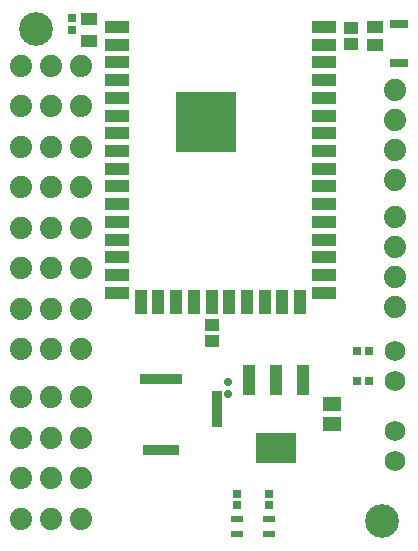
<source format=gts>
G04 Layer_Color=20142*
%FSAX24Y24*%
%MOIN*%
G70*
G01*
G75*
G04:AMPARAMS|DCode=51|XSize=23.7mil|YSize=23.7mil|CornerRadius=4mil|HoleSize=0mil|Usage=FLASHONLY|Rotation=90.000|XOffset=0mil|YOffset=0mil|HoleType=Round|Shape=RoundedRectangle|*
%AMROUNDEDRECTD51*
21,1,0.0237,0.0157,0,0,90.0*
21,1,0.0157,0.0237,0,0,90.0*
1,1,0.0079,0.0079,0.0079*
1,1,0.0079,0.0079,-0.0079*
1,1,0.0079,-0.0079,-0.0079*
1,1,0.0079,-0.0079,0.0079*
%
%ADD51ROUNDEDRECTD51*%
%ADD52R,0.0552X0.0434*%
%ADD53R,0.0827X0.0394*%
%ADD54R,0.0394X0.0827*%
%ADD55R,0.2009X0.2009*%
%ADD56R,0.0295X0.0315*%
%ADD57R,0.1339X0.0985*%
%ADD58R,0.0434X0.0985*%
%ADD59R,0.0257X0.0257*%
%ADD60R,0.0394X0.0237*%
%ADD61R,0.0260X0.0260*%
%ADD62R,0.0552X0.0394*%
%ADD63R,0.0631X0.0257*%
%ADD64R,0.0453X0.0394*%
%ADD65R,0.0591X0.0512*%
%ADD66C,0.0740*%
%ADD67C,0.0690*%
%ADD68R,0.1221X0.0355*%
%ADD69R,0.0355X0.1221*%
%ADD70R,0.1418X0.0355*%
%ADD71C,0.1123*%
D51*
X029550Y034517D02*
D03*
Y034123D02*
D03*
D52*
X034450Y045755D02*
D03*
Y046345D02*
D03*
D53*
X032740Y046350D02*
D03*
X025850Y038673D02*
D03*
Y046350D02*
D03*
Y045759D02*
D03*
Y045169D02*
D03*
Y044578D02*
D03*
Y043988D02*
D03*
Y043397D02*
D03*
Y042807D02*
D03*
Y042216D02*
D03*
Y041626D02*
D03*
Y041035D02*
D03*
Y040444D02*
D03*
Y039854D02*
D03*
Y039263D02*
D03*
X032740Y037492D02*
D03*
Y038082D02*
D03*
Y038673D02*
D03*
Y039263D02*
D03*
Y039854D02*
D03*
Y040444D02*
D03*
Y041035D02*
D03*
Y041626D02*
D03*
Y042216D02*
D03*
Y042807D02*
D03*
Y043397D02*
D03*
Y043988D02*
D03*
X025850Y037492D02*
D03*
Y038082D02*
D03*
X032740Y044578D02*
D03*
Y045169D02*
D03*
Y045759D02*
D03*
D54*
X031362Y037196D02*
D03*
X031952D02*
D03*
X030181D02*
D03*
X029590D02*
D03*
X029000D02*
D03*
X028409D02*
D03*
X027819D02*
D03*
X027228D02*
D03*
X026637D02*
D03*
X030771D02*
D03*
D55*
X028827Y043181D02*
D03*
D56*
X034237Y035550D02*
D03*
X033863D02*
D03*
X034237Y034550D02*
D03*
X033863D02*
D03*
D57*
X031150Y032308D02*
D03*
D58*
X030244Y034592D02*
D03*
X031150D02*
D03*
X032056D02*
D03*
D59*
X030900Y030777D02*
D03*
Y030423D02*
D03*
X029850D02*
D03*
Y030777D02*
D03*
D60*
Y029444D02*
D03*
Y029956D02*
D03*
X030900Y029444D02*
D03*
Y029956D02*
D03*
D61*
X024350Y046650D02*
D03*
Y046250D02*
D03*
D62*
X024900Y045876D02*
D03*
Y046624D02*
D03*
D63*
X035250Y046440D02*
D03*
Y045160D02*
D03*
D64*
X033650Y045784D02*
D03*
Y046316D02*
D03*
X029000Y035884D02*
D03*
Y036416D02*
D03*
D65*
X033000Y033785D02*
D03*
Y033115D02*
D03*
D66*
X035100Y044250D02*
D03*
Y043250D02*
D03*
Y042250D02*
D03*
Y041250D02*
D03*
Y040000D02*
D03*
Y039000D02*
D03*
Y038000D02*
D03*
Y037000D02*
D03*
X022650Y042350D02*
D03*
X023650D02*
D03*
X024650D02*
D03*
X022650Y045050D02*
D03*
X023650D02*
D03*
X024650D02*
D03*
X022650Y043700D02*
D03*
X023650D02*
D03*
X024650D02*
D03*
X022650Y041000D02*
D03*
X023650D02*
D03*
X024650D02*
D03*
X022650Y039650D02*
D03*
X023650D02*
D03*
X024650D02*
D03*
X022650Y038300D02*
D03*
X023650D02*
D03*
X024650D02*
D03*
X022650Y036950D02*
D03*
X023650D02*
D03*
X024650D02*
D03*
X022650Y035600D02*
D03*
X023650D02*
D03*
X024650D02*
D03*
X022650Y034000D02*
D03*
X023650D02*
D03*
X024650D02*
D03*
X022650Y032650D02*
D03*
X023650D02*
D03*
X024650D02*
D03*
X022650Y031300D02*
D03*
X023650D02*
D03*
X024650D02*
D03*
X022650Y029950D02*
D03*
X023650D02*
D03*
X024650D02*
D03*
D67*
X035100Y034550D02*
D03*
Y035550D02*
D03*
Y031890D02*
D03*
Y032890D02*
D03*
D68*
X027300Y032238D02*
D03*
D69*
X029190Y033616D02*
D03*
D70*
X027300Y034600D02*
D03*
D71*
X034670Y029880D02*
D03*
X023150Y046270D02*
D03*
M02*

</source>
